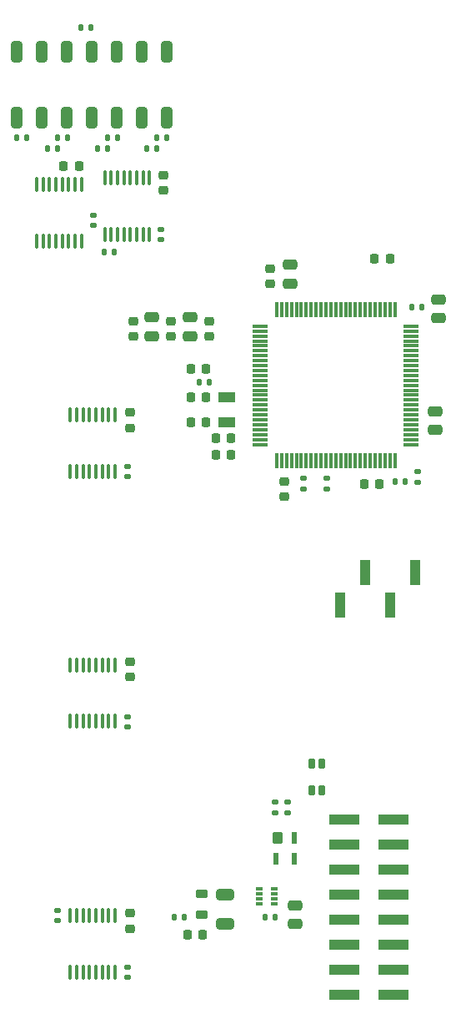
<source format=gbr>
%TF.GenerationSoftware,KiCad,Pcbnew,9.0.5-1.fc42*%
%TF.CreationDate,2025-11-30T23:17:12+01:00*%
%TF.ProjectId,Sub-Board,5375622d-426f-4617-9264-2e6b69636164,1*%
%TF.SameCoordinates,Original*%
%TF.FileFunction,Paste,Bot*%
%TF.FilePolarity,Positive*%
%FSLAX46Y46*%
G04 Gerber Fmt 4.6, Leading zero omitted, Abs format (unit mm)*
G04 Created by KiCad (PCBNEW 9.0.5-1.fc42) date 2025-11-30 23:17:12*
%MOMM*%
%LPD*%
G01*
G04 APERTURE LIST*
G04 Aperture macros list*
%AMRoundRect*
0 Rectangle with rounded corners*
0 $1 Rounding radius*
0 $2 $3 $4 $5 $6 $7 $8 $9 X,Y pos of 4 corners*
0 Add a 4 corners polygon primitive as box body*
4,1,4,$2,$3,$4,$5,$6,$7,$8,$9,$2,$3,0*
0 Add four circle primitives for the rounded corners*
1,1,$1+$1,$2,$3*
1,1,$1+$1,$4,$5*
1,1,$1+$1,$6,$7*
1,1,$1+$1,$8,$9*
0 Add four rect primitives between the rounded corners*
20,1,$1+$1,$2,$3,$4,$5,0*
20,1,$1+$1,$4,$5,$6,$7,0*
20,1,$1+$1,$6,$7,$8,$9,0*
20,1,$1+$1,$8,$9,$2,$3,0*%
G04 Aperture macros list end*
%ADD10RoundRect,0.225000X0.225000X0.250000X-0.225000X0.250000X-0.225000X-0.250000X0.225000X-0.250000X0*%
%ADD11RoundRect,0.225000X-0.250000X0.225000X-0.250000X-0.225000X0.250000X-0.225000X0.250000X0.225000X0*%
%ADD12RoundRect,0.250000X0.475000X-0.250000X0.475000X0.250000X-0.475000X0.250000X-0.475000X-0.250000X0*%
%ADD13RoundRect,0.135000X0.135000X0.185000X-0.135000X0.185000X-0.135000X-0.185000X0.135000X-0.185000X0*%
%ADD14RoundRect,0.250000X-0.475000X0.250000X-0.475000X-0.250000X0.475000X-0.250000X0.475000X0.250000X0*%
%ADD15RoundRect,0.250000X-0.650000X0.325000X-0.650000X-0.325000X0.650000X-0.325000X0.650000X0.325000X0*%
%ADD16RoundRect,0.135000X-0.135000X-0.185000X0.135000X-0.185000X0.135000X0.185000X-0.135000X0.185000X0*%
%ADD17R,1.000000X2.510000*%
%ADD18RoundRect,0.100000X0.100000X-0.637500X0.100000X0.637500X-0.100000X0.637500X-0.100000X-0.637500X0*%
%ADD19RoundRect,0.120000X0.180000X-0.430000X0.180000X0.430000X-0.180000X0.430000X-0.180000X-0.430000X0*%
%ADD20RoundRect,0.218750X-0.381250X0.218750X-0.381250X-0.218750X0.381250X-0.218750X0.381250X0.218750X0*%
%ADD21RoundRect,0.075000X-0.725000X-0.075000X0.725000X-0.075000X0.725000X0.075000X-0.725000X0.075000X0*%
%ADD22RoundRect,0.075000X-0.075000X-0.725000X0.075000X-0.725000X0.075000X0.725000X-0.075000X0.725000X0*%
%ADD23RoundRect,0.218750X0.218750X0.256250X-0.218750X0.256250X-0.218750X-0.256250X0.218750X-0.256250X0*%
%ADD24RoundRect,0.135000X-0.185000X0.135000X-0.185000X-0.135000X0.185000X-0.135000X0.185000X0.135000X0*%
%ADD25RoundRect,0.135000X0.185000X-0.135000X0.185000X0.135000X-0.185000X0.135000X-0.185000X-0.135000X0*%
%ADD26RoundRect,0.225000X0.250000X-0.225000X0.250000X0.225000X-0.250000X0.225000X-0.250000X-0.225000X0*%
%ADD27R,1.800000X1.000000*%
%ADD28R,0.660000X0.320000*%
%ADD29RoundRect,0.250000X-0.310000X0.830000X-0.310000X-0.830000X0.310000X-0.830000X0.310000X0.830000X0*%
%ADD30RoundRect,0.123750X-0.371250X0.496250X-0.371250X-0.496250X0.371250X-0.496250X0.371250X0.496250X0*%
%ADD31RoundRect,0.073750X-0.221250X0.546250X-0.221250X-0.546250X0.221250X-0.546250X0.221250X0.546250X0*%
%ADD32R,3.150000X1.000000*%
G04 APERTURE END LIST*
D10*
%TO.C,C11*%
X129121400Y-87818600D03*
X127571400Y-87818600D03*
%TD*%
D11*
%TO.C,C6*%
X118872000Y-110477000D03*
X118872000Y-112027000D03*
%TD*%
D12*
%TO.C,C8*%
X124968000Y-77470000D03*
X124968000Y-75570000D03*
%TD*%
D13*
%TO.C,R21*%
X148467000Y-74549000D03*
X147447000Y-74549000D03*
%TD*%
%TO.C,R3*%
X133606000Y-136448800D03*
X132586000Y-136448800D03*
%TD*%
D14*
%TO.C,C23*%
X149860000Y-85095000D03*
X149860000Y-86995000D03*
%TD*%
D15*
%TO.C,C2*%
X128524000Y-134157400D03*
X128524000Y-137107400D03*
%TD*%
D10*
%TO.C,C15*%
X129121400Y-89469600D03*
X127571400Y-89469600D03*
%TD*%
D16*
%TO.C,R13*%
X116269400Y-68908099D03*
X117289400Y-68908099D03*
%TD*%
D17*
%TO.C,J2*%
X147828000Y-101447600D03*
X145288000Y-104757600D03*
X142748000Y-101447600D03*
X140208000Y-104757600D03*
%TD*%
D14*
%TO.C,C1*%
X135585200Y-135194000D03*
X135585200Y-137094000D03*
%TD*%
D18*
%TO.C,U7*%
X117348000Y-141996000D03*
X116698000Y-141996000D03*
X116048000Y-141996000D03*
X115398000Y-141996000D03*
X114748000Y-141996000D03*
X114098000Y-141996000D03*
X113448000Y-141996000D03*
X112798000Y-141996000D03*
X112798000Y-136271000D03*
X113448000Y-136271000D03*
X114098000Y-136271000D03*
X114748000Y-136271000D03*
X115398000Y-136271000D03*
X116048000Y-136271000D03*
X116698000Y-136271000D03*
X117348000Y-136271000D03*
%TD*%
D19*
%TO.C,L1*%
X138295000Y-123524000D03*
X138295000Y-120824000D03*
X137295000Y-120824000D03*
X137295000Y-123524000D03*
%TD*%
D20*
%TO.C,L2*%
X126111000Y-134061900D03*
X126111000Y-136186900D03*
%TD*%
D11*
%TO.C,C22*%
X133096000Y-70631000D03*
X133096000Y-72181000D03*
%TD*%
D21*
%TO.C,U3*%
X132075800Y-88448400D03*
X132075800Y-87948400D03*
X132075800Y-87448399D03*
X132075800Y-86948400D03*
X132075800Y-86448401D03*
X132075800Y-85948400D03*
X132075800Y-85448400D03*
X132075800Y-84948399D03*
X132075800Y-84448400D03*
X132075800Y-83948400D03*
X132075800Y-83448400D03*
X132075800Y-82948400D03*
X132075799Y-82448400D03*
X132075800Y-81948400D03*
X132075800Y-81448400D03*
X132075800Y-80948400D03*
X132075800Y-80448400D03*
X132075800Y-79948401D03*
X132075800Y-79448400D03*
X132075800Y-78948400D03*
X132075800Y-78448399D03*
X132075800Y-77948400D03*
X132075800Y-77448401D03*
X132075800Y-76948400D03*
X132075800Y-76448400D03*
D22*
X133750800Y-74773400D03*
X134250800Y-74773400D03*
X134750801Y-74773400D03*
X135250800Y-74773400D03*
X135750799Y-74773400D03*
X136250800Y-74773400D03*
X136750800Y-74773400D03*
X137250801Y-74773400D03*
X137750800Y-74773400D03*
X138250800Y-74773400D03*
X138750800Y-74773400D03*
X139250800Y-74773400D03*
X139750800Y-74773399D03*
X140250800Y-74773400D03*
X140750800Y-74773400D03*
X141250800Y-74773400D03*
X141750800Y-74773400D03*
X142250799Y-74773400D03*
X142750800Y-74773400D03*
X143250800Y-74773400D03*
X143750801Y-74773400D03*
X144250800Y-74773400D03*
X144750799Y-74773400D03*
X145250800Y-74773400D03*
X145750800Y-74773400D03*
D21*
X147425800Y-76448400D03*
X147425800Y-76948400D03*
X147425800Y-77448401D03*
X147425800Y-77948400D03*
X147425800Y-78448399D03*
X147425800Y-78948400D03*
X147425800Y-79448400D03*
X147425800Y-79948401D03*
X147425800Y-80448400D03*
X147425800Y-80948400D03*
X147425800Y-81448400D03*
X147425800Y-81948400D03*
X147425801Y-82448400D03*
X147425800Y-82948400D03*
X147425800Y-83448400D03*
X147425800Y-83948400D03*
X147425800Y-84448400D03*
X147425800Y-84948399D03*
X147425800Y-85448400D03*
X147425800Y-85948400D03*
X147425800Y-86448401D03*
X147425800Y-86948400D03*
X147425800Y-87448399D03*
X147425800Y-87948400D03*
X147425800Y-88448400D03*
D22*
X145750800Y-90123400D03*
X145250800Y-90123400D03*
X144750799Y-90123400D03*
X144250800Y-90123400D03*
X143750801Y-90123400D03*
X143250800Y-90123400D03*
X142750800Y-90123400D03*
X142250799Y-90123400D03*
X141750800Y-90123400D03*
X141250800Y-90123400D03*
X140750800Y-90123400D03*
X140250800Y-90123400D03*
X139750800Y-90123401D03*
X139250800Y-90123400D03*
X138750800Y-90123400D03*
X138250800Y-90123400D03*
X137750800Y-90123400D03*
X137250801Y-90123400D03*
X136750800Y-90123400D03*
X136250800Y-90123400D03*
X135750799Y-90123400D03*
X135250800Y-90123400D03*
X134750801Y-90123400D03*
X134250800Y-90123400D03*
X133750800Y-90123400D03*
%TD*%
D13*
%TO.C,R8*%
X117629400Y-57302400D03*
X116609400Y-57302400D03*
%TD*%
D23*
%TO.C,FB1*%
X126263500Y-138172400D03*
X124688500Y-138172400D03*
%TD*%
D11*
%TO.C,C3*%
X122240400Y-61150099D03*
X122240400Y-62700099D03*
%TD*%
D24*
%TO.C,R15*%
X115112800Y-65225200D03*
X115112800Y-66245200D03*
%TD*%
D11*
%TO.C,C18*%
X134493000Y-92189000D03*
X134493000Y-93739000D03*
%TD*%
D24*
%TO.C,R16*%
X148031200Y-91236800D03*
X148031200Y-92256800D03*
%TD*%
D25*
%TO.C,R2*%
X133604000Y-125782800D03*
X133604000Y-124762800D03*
%TD*%
D11*
%TO.C,C5*%
X118872000Y-85204000D03*
X118872000Y-86754000D03*
%TD*%
D13*
%TO.C,R10*%
X112498600Y-57302400D03*
X111478600Y-57302400D03*
%TD*%
D14*
%TO.C,C7*%
X135128000Y-70236000D03*
X135128000Y-72136000D03*
%TD*%
D25*
%TO.C,R20*%
X138877800Y-92934400D03*
X138877800Y-91914400D03*
%TD*%
D10*
%TO.C,C12*%
X145250200Y-69596000D03*
X143700200Y-69596000D03*
%TD*%
D25*
%TO.C,R1*%
X134825200Y-125782800D03*
X134825200Y-124762800D03*
%TD*%
D26*
%TO.C,C10*%
X122968000Y-77515000D03*
X122968000Y-75965000D03*
%TD*%
D24*
%TO.C,R14*%
X121961000Y-66672899D03*
X121961000Y-67692899D03*
%TD*%
D26*
%TO.C,C9*%
X126873000Y-77515000D03*
X126873000Y-75965000D03*
%TD*%
D10*
%TO.C,C4*%
X113663600Y-60233400D03*
X112113600Y-60233400D03*
%TD*%
D18*
%TO.C,U2*%
X120832400Y-67157600D03*
X120182400Y-67157600D03*
X119532400Y-67157600D03*
X118882400Y-67157600D03*
X118232400Y-67157600D03*
X117582400Y-67157600D03*
X116932400Y-67157600D03*
X116282400Y-67157600D03*
X116282400Y-61432600D03*
X116932400Y-61432600D03*
X117582400Y-61432600D03*
X118232400Y-61432600D03*
X118882400Y-61432600D03*
X119532400Y-61432600D03*
X120182400Y-61432600D03*
X120832400Y-61432600D03*
%TD*%
D16*
%TO.C,R23*%
X125851400Y-82169000D03*
X126871400Y-82169000D03*
%TD*%
D10*
%TO.C,C21*%
X126586400Y-86187600D03*
X125036400Y-86187600D03*
%TD*%
D16*
%TO.C,R7*%
X120548400Y-58394600D03*
X121568400Y-58394600D03*
%TD*%
D27*
%TO.C,Y1*%
X128676400Y-83667600D03*
X128676400Y-86167600D03*
%TD*%
D24*
%TO.C,R18*%
X118618000Y-90676000D03*
X118618000Y-91696000D03*
%TD*%
D26*
%TO.C,C16*%
X119158000Y-77515000D03*
X119158000Y-75965000D03*
%TD*%
D10*
%TO.C,C19*%
X144171000Y-92456000D03*
X142621000Y-92456000D03*
%TD*%
D18*
%TO.C,U4*%
X113919000Y-67828000D03*
X113269000Y-67828000D03*
X112619000Y-67828000D03*
X111969000Y-67828000D03*
X111319000Y-67828000D03*
X110669000Y-67828000D03*
X110019000Y-67828000D03*
X109369000Y-67828000D03*
X109369000Y-62103000D03*
X110019000Y-62103000D03*
X110669000Y-62103000D03*
X111319000Y-62103000D03*
X111969000Y-62103000D03*
X112619000Y-62103000D03*
X113269000Y-62103000D03*
X113919000Y-62103000D03*
%TD*%
D10*
%TO.C,C14*%
X126586400Y-80797400D03*
X125036400Y-80797400D03*
%TD*%
D28*
%TO.C,U1*%
X132005400Y-135065200D03*
X132005400Y-134565200D03*
X132005400Y-134065200D03*
X132005400Y-133565200D03*
X133475400Y-133565200D03*
X133475400Y-134065200D03*
X133475400Y-134565200D03*
X133475400Y-135065200D03*
%TD*%
D16*
%TO.C,R17*%
X145796000Y-92202000D03*
X146816000Y-92202000D03*
%TD*%
D18*
%TO.C,U6*%
X117337000Y-116527500D03*
X116687000Y-116527500D03*
X116037000Y-116527500D03*
X115387000Y-116527500D03*
X114737000Y-116527500D03*
X114087000Y-116527500D03*
X113437000Y-116527500D03*
X112787000Y-116527500D03*
X112787000Y-110802500D03*
X113437000Y-110802500D03*
X114087000Y-110802500D03*
X114737000Y-110802500D03*
X115387000Y-110802500D03*
X116037000Y-110802500D03*
X116687000Y-110802500D03*
X117337000Y-110802500D03*
%TD*%
D12*
%TO.C,C13*%
X121063000Y-77470000D03*
X121063000Y-75570000D03*
%TD*%
D11*
%TO.C,C17*%
X118872000Y-136004000D03*
X118872000Y-137554000D03*
%TD*%
D18*
%TO.C,U5*%
X117337000Y-91194001D03*
X116687000Y-91194001D03*
X116037000Y-91194001D03*
X115387000Y-91194001D03*
X114737000Y-91194001D03*
X114087000Y-91194001D03*
X113437000Y-91194001D03*
X112787000Y-91194001D03*
X112787000Y-85469001D03*
X113437000Y-85469001D03*
X114087000Y-85469001D03*
X114737000Y-85469001D03*
X115387000Y-85469001D03*
X116037000Y-85469001D03*
X116687000Y-85469001D03*
X117337000Y-85469001D03*
%TD*%
D29*
%TO.C,SW1*%
X107315000Y-48578000D03*
X109855000Y-48578000D03*
X112395000Y-48578000D03*
X114935000Y-48578000D03*
X117475000Y-48578000D03*
X120015000Y-48578000D03*
X122555000Y-48578000D03*
X122555000Y-55308000D03*
X120015000Y-55308000D03*
X117475000Y-55308000D03*
X114935000Y-55308000D03*
X112395000Y-55308000D03*
X109855000Y-55308000D03*
X107315000Y-55308000D03*
%TD*%
D13*
%TO.C,R4*%
X124360400Y-136369000D03*
X123340400Y-136369000D03*
%TD*%
D24*
%TO.C,R22*%
X118618000Y-141478000D03*
X118618000Y-142497998D03*
%TD*%
%TO.C,R25*%
X111506000Y-135763000D03*
X111506000Y-136783000D03*
%TD*%
D14*
%TO.C,C20*%
X150182085Y-73728000D03*
X150182085Y-75628000D03*
%TD*%
D13*
%TO.C,R6*%
X122607800Y-57302400D03*
X121587800Y-57302400D03*
%TD*%
D30*
%TO.C,D1*%
X133860000Y-128354400D03*
D31*
X135580000Y-128354400D03*
X135580000Y-130464400D03*
X133660000Y-130464400D03*
%TD*%
D16*
%TO.C,R12*%
X107313000Y-57302400D03*
X108333000Y-57302400D03*
%TD*%
%TO.C,R5*%
X113891600Y-46177200D03*
X114911600Y-46177200D03*
%TD*%
D25*
%TO.C,R24*%
X136464800Y-92934400D03*
X136464800Y-91914400D03*
%TD*%
D32*
%TO.C,J1*%
X140604000Y-144272000D03*
X145654000Y-144272000D03*
X140604000Y-141732000D03*
X145654000Y-141732000D03*
X140604000Y-139192000D03*
X145654000Y-139192000D03*
X140604000Y-136652000D03*
X145654000Y-136652000D03*
X140604000Y-134112000D03*
X145654000Y-134112000D03*
X140604000Y-131572000D03*
X145654000Y-131572000D03*
X140604000Y-129032000D03*
X145654000Y-129032000D03*
X140604000Y-126492000D03*
X145654000Y-126492000D03*
%TD*%
D24*
%TO.C,R19*%
X118618000Y-116076000D03*
X118618000Y-117096000D03*
%TD*%
D10*
%TO.C,C24*%
X126586400Y-83647600D03*
X125036400Y-83647600D03*
%TD*%
D16*
%TO.C,R9*%
X115570000Y-58394600D03*
X116590000Y-58394600D03*
%TD*%
%TO.C,R11*%
X110439200Y-58394600D03*
X111459200Y-58394600D03*
%TD*%
M02*

</source>
